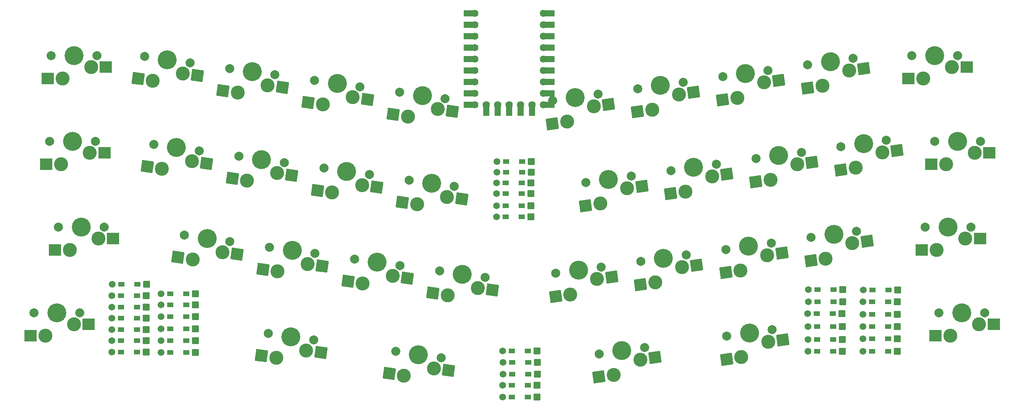
<source format=gbr>
G04 #@! TF.GenerationSoftware,KiCad,Pcbnew,7.0.1-0*
G04 #@! TF.CreationDate,2023-08-24T16:50:41+09:00*
G04 #@! TF.ProjectId,PCB_QAL,5043425f-5141-44c2-9e6b-696361645f70,rev?*
G04 #@! TF.SameCoordinates,Original*
G04 #@! TF.FileFunction,Soldermask,Bot*
G04 #@! TF.FilePolarity,Negative*
%FSLAX46Y46*%
G04 Gerber Fmt 4.6, Leading zero omitted, Abs format (unit mm)*
G04 Created by KiCad (PCBNEW 7.0.1-0) date 2023-08-24 16:50:41*
%MOMM*%
%LPD*%
G01*
G04 APERTURE LIST*
G04 Aperture macros list*
%AMRoundRect*
0 Rectangle with rounded corners*
0 $1 Rounding radius*
0 $2 $3 $4 $5 $6 $7 $8 $9 X,Y pos of 4 corners*
0 Add a 4 corners polygon primitive as box body*
4,1,4,$2,$3,$4,$5,$6,$7,$8,$9,$2,$3,0*
0 Add four circle primitives for the rounded corners*
1,1,$1+$1,$2,$3*
1,1,$1+$1,$4,$5*
1,1,$1+$1,$6,$7*
1,1,$1+$1,$8,$9*
0 Add four rect primitives between the rounded corners*
20,1,$1+$1,$2,$3,$4,$5,0*
20,1,$1+$1,$4,$5,$6,$7,0*
20,1,$1+$1,$6,$7,$8,$9,0*
20,1,$1+$1,$8,$9,$2,$3,0*%
G04 Aperture macros list end*
%ADD10C,2.002000*%
%ADD11C,3.102000*%
%ADD12C,4.202000*%
%ADD13RoundRect,0.051000X-1.275000X-1.250000X1.275000X-1.250000X1.275000X1.250000X-1.275000X1.250000X0*%
%ADD14RoundRect,0.051000X-1.436558X-1.060389X1.088625X-1.415281X1.436558X1.060389X-1.088625X1.415281X0*%
%ADD15RoundRect,0.051000X-1.088625X-1.415281X1.436558X-1.060389X1.088625X1.415281X-1.436558X1.060389X0*%
%ADD16RoundRect,0.051000X0.698500X0.698500X-0.698500X0.698500X-0.698500X-0.698500X0.698500X-0.698500X0*%
%ADD17RoundRect,0.051000X0.650000X0.475000X-0.650000X0.475000X-0.650000X-0.475000X0.650000X-0.475000X0*%
%ADD18C,1.499000*%
%ADD19C,1.626000*%
%ADD20RoundRect,0.051000X1.000000X0.600000X-1.000000X0.600000X-1.000000X-0.600000X1.000000X-0.600000X0*%
%ADD21RoundRect,0.051000X0.600000X-1.000000X0.600000X1.000000X-0.600000X1.000000X-0.600000X-1.000000X0*%
G04 APERTURE END LIST*
D10*
X-248678475Y111224267D03*
D11*
X-246138475Y106144267D03*
D12*
X-243598475Y111224267D03*
D11*
X-239788475Y108684267D03*
D10*
X-238518475Y111224267D03*
D13*
X-236513475Y108684267D03*
X-249440475Y106144267D03*
D10*
X-227915044Y111049604D03*
D11*
X-226106762Y105665543D03*
D12*
X-222884482Y110342605D03*
D11*
X-219465060Y107297075D03*
D10*
X-217853920Y109635606D03*
D14*
X-216221932Y106841283D03*
X-229376627Y106125092D03*
D10*
X-209050437Y108398356D03*
D11*
X-207242155Y103014295D03*
D12*
X-204019875Y107691357D03*
D11*
X-200600453Y104645827D03*
D10*
X-198989313Y106984358D03*
D14*
X-197357325Y104190035D03*
X-210512020Y103473844D03*
D10*
X-190185831Y105747109D03*
D11*
X-188377549Y100363048D03*
D12*
X-185155269Y105040110D03*
D11*
X-181735847Y101994580D03*
D10*
X-180124707Y104333111D03*
D14*
X-178492719Y101538788D03*
X-191647414Y100822597D03*
D10*
X-171321224Y103095861D03*
D11*
X-169512942Y97711800D03*
D12*
X-166290662Y102388862D03*
D11*
X-162871240Y99343332D03*
D10*
X-161260100Y101681863D03*
D14*
X-159628112Y98887540D03*
X-172782807Y98171349D03*
D10*
X-137385994Y101244813D03*
D11*
X-134163714Y96567751D03*
D12*
X-132355432Y101951812D03*
D11*
X-128229011Y99966781D03*
D10*
X-127324870Y102658811D03*
D15*
X-124985883Y100422573D03*
X-137433579Y96108201D03*
D10*
X-118521387Y103896060D03*
D11*
X-115299107Y99218998D03*
D12*
X-113490825Y104603059D03*
D11*
X-109364404Y102618028D03*
D10*
X-108460263Y105310058D03*
D15*
X-106121276Y103073820D03*
X-118568972Y98759448D03*
D10*
X-99656781Y106547308D03*
D11*
X-96434501Y101870246D03*
D12*
X-94626219Y107254307D03*
D11*
X-90499798Y105269276D03*
D10*
X-89595657Y107961306D03*
D15*
X-87256670Y105725068D03*
X-99704366Y101410696D03*
D10*
X-80792174Y109198556D03*
D11*
X-77569894Y104521494D03*
D12*
X-75761612Y109905555D03*
D11*
X-71635191Y107920524D03*
D10*
X-70731050Y110612554D03*
D15*
X-68392063Y108376316D03*
X-80839759Y104061944D03*
D10*
X-206985533Y88870938D03*
D11*
X-205177251Y83486877D03*
D12*
X-201954971Y88163939D03*
D11*
X-198535549Y85118409D03*
D10*
X-196924409Y87456940D03*
D14*
X-195292421Y84662617D03*
X-208447116Y83946426D03*
D10*
X-188120926Y86219690D03*
D11*
X-186312644Y80835629D03*
D12*
X-183090364Y85512691D03*
D11*
X-179670942Y82467161D03*
D10*
X-178059802Y84805692D03*
D14*
X-176427814Y82011369D03*
X-189582509Y81295178D03*
D10*
X-169256320Y83568443D03*
D11*
X-167448038Y78184382D03*
D12*
X-164225758Y82861444D03*
D11*
X-160806336Y79815914D03*
D10*
X-159195196Y82154445D03*
D14*
X-157563208Y79360122D03*
X-170717903Y78643931D03*
D10*
X-130018595Y83043018D03*
D11*
X-126796315Y78365956D03*
D12*
X-124988033Y83750017D03*
D11*
X-120861612Y81764986D03*
D10*
X-119957471Y84457016D03*
D15*
X-117618484Y82220778D03*
X-130066180Y77906406D03*
D10*
X-111153988Y85694266D03*
D11*
X-107931708Y81017204D03*
D12*
X-106123426Y86401265D03*
D11*
X-101997005Y84416234D03*
D10*
X-101092864Y87108264D03*
D15*
X-98753877Y84872026D03*
X-111201573Y80557654D03*
D10*
X-92289381Y88345513D03*
D11*
X-89067101Y83668451D03*
D12*
X-87258819Y89052512D03*
D11*
X-83132398Y87067481D03*
D10*
X-82228257Y89759511D03*
D15*
X-79889270Y87523273D03*
X-92336966Y83208901D03*
D10*
X-73424775Y90996761D03*
D11*
X-70202495Y86319699D03*
D12*
X-68394213Y91703760D03*
D11*
X-64267792Y89718729D03*
D10*
X-63363651Y92410759D03*
D15*
X-61024664Y90174521D03*
X-73472360Y85860149D03*
D10*
X-52653975Y92174266D03*
D11*
X-50113975Y87094266D03*
D12*
X-47573975Y92174266D03*
D11*
X-43763975Y89634266D03*
D10*
X-42493975Y92174266D03*
D13*
X-40488975Y89634266D03*
X-53415975Y87094266D03*
D10*
X-219069084Y71331955D03*
D11*
X-217260802Y65947894D03*
D12*
X-214038522Y70624956D03*
D11*
X-210619100Y67579426D03*
D10*
X-209007960Y69917957D03*
D14*
X-207375972Y67123634D03*
X-220530667Y66407443D03*
D10*
X-200204477Y68680707D03*
D11*
X-198396195Y63296646D03*
D12*
X-195173915Y67973708D03*
D11*
X-191754493Y64928178D03*
D10*
X-190143353Y67266709D03*
D14*
X-188511365Y64472386D03*
X-201666060Y63756195D03*
D10*
X-181339871Y66029460D03*
D11*
X-179531589Y60645399D03*
D12*
X-176309309Y65322461D03*
D11*
X-172889887Y62276931D03*
D10*
X-171278747Y64615462D03*
D14*
X-169646759Y61821139D03*
X-182801454Y61104948D03*
D10*
X-162475264Y63378212D03*
D11*
X-160666982Y57994151D03*
D12*
X-157444702Y62671213D03*
D11*
X-154025280Y59625683D03*
D10*
X-152414140Y61964214D03*
D14*
X-150782152Y59169891D03*
X-163936847Y58453700D03*
D10*
X-57702475Y111224267D03*
D11*
X-55162475Y106144267D03*
D12*
X-52622475Y111224267D03*
D11*
X-48812475Y108684267D03*
D10*
X-47542475Y111224267D03*
D13*
X-45537475Y108684267D03*
X-58464475Y106144267D03*
D10*
X-248964475Y92174266D03*
D11*
X-246424475Y87094266D03*
D12*
X-243884475Y92174266D03*
D11*
X-240074475Y89634266D03*
D10*
X-238804475Y92174266D03*
D13*
X-236799475Y89634266D03*
X-249726475Y87094266D03*
D10*
X-200493112Y49498321D03*
D11*
X-198684830Y44114260D03*
D12*
X-195462550Y48791322D03*
D11*
X-192043128Y45745792D03*
D10*
X-190431988Y48084323D03*
D14*
X-188800000Y45290000D03*
X-201954695Y44573809D03*
D10*
X-54748975Y73124266D03*
D11*
X-52208975Y68044266D03*
D12*
X-49668975Y73124266D03*
D11*
X-45858975Y70584266D03*
D10*
X-44588975Y73124266D03*
D13*
X-42583975Y70584266D03*
X-55510975Y68044266D03*
D10*
X-247058975Y73124266D03*
D11*
X-244518975Y68044266D03*
D12*
X-241978975Y73124266D03*
D11*
X-238168975Y70584266D03*
D10*
X-236898975Y73124266D03*
D13*
X-234893975Y70584266D03*
X-247820975Y68044266D03*
D10*
X-172200492Y45507788D03*
D11*
X-170392210Y40123727D03*
D12*
X-167169930Y44800789D03*
D11*
X-163750508Y41755259D03*
D10*
X-162139368Y44093790D03*
D14*
X-160507380Y41299467D03*
X-173662075Y40583276D03*
D10*
X-127073928Y44982433D03*
D11*
X-123851648Y40305371D03*
D12*
X-122043366Y45689432D03*
D11*
X-117916945Y43704401D03*
D10*
X-117012804Y46396431D03*
D15*
X-114673817Y44160193D03*
X-127121513Y39845821D03*
D16*
X-73073475Y56576266D03*
D17*
X-75108475Y56576266D03*
X-78658475Y56576266D03*
D18*
X-80693475Y56576266D03*
D16*
X-140843475Y45626266D03*
D17*
X-142878475Y45626266D03*
X-146428475Y45626266D03*
D18*
X-148463475Y45626266D03*
D10*
X-80054037Y70819267D03*
D11*
X-76831757Y66142205D03*
D12*
X-75023475Y71526266D03*
D11*
X-70897054Y69541235D03*
D10*
X-69992913Y72233265D03*
D15*
X-67653926Y69997027D03*
X-80101622Y65682655D03*
D16*
X-140843475Y37968766D03*
D17*
X-142878475Y37968766D03*
X-146428475Y37968766D03*
D18*
X-148463475Y37968766D03*
D16*
X-142238475Y75400266D03*
D17*
X-144273475Y75400266D03*
X-147823475Y75400266D03*
D18*
X-149858475Y75400266D03*
D16*
X-227563475Y45366266D03*
D17*
X-229598475Y45366266D03*
X-233148475Y45366266D03*
D18*
X-235183475Y45366266D03*
D10*
X-98944037Y68179267D03*
D11*
X-95721757Y63502205D03*
D12*
X-93913475Y68886266D03*
D11*
X-89787054Y66901235D03*
D10*
X-88882913Y69593265D03*
D15*
X-86543926Y67357027D03*
X-98991622Y63042655D03*
D16*
X-227563475Y50374266D03*
D17*
X-229598475Y50374266D03*
X-233148475Y50374266D03*
D18*
X-235183475Y50374266D03*
D16*
X-140743475Y43086266D03*
D17*
X-142778475Y43086266D03*
X-146328475Y43086266D03*
D18*
X-148363475Y43086266D03*
D16*
X-60958475Y56506266D03*
D17*
X-62993475Y56506266D03*
X-66543475Y56506266D03*
D18*
X-68578475Y56506266D03*
D16*
X-60953475Y53756266D03*
D17*
X-62988475Y53756266D03*
X-66538475Y53756266D03*
D18*
X-68573475Y53756266D03*
D16*
X-216603475Y45266266D03*
D17*
X-218638475Y45266266D03*
X-222188475Y45266266D03*
D18*
X-224223475Y45266266D03*
D10*
X-117834037Y65509267D03*
D11*
X-114611757Y60832205D03*
D12*
X-112803475Y66216266D03*
D11*
X-108677054Y64231235D03*
D10*
X-107772913Y66923265D03*
D15*
X-105433926Y64687027D03*
X-117881622Y60372655D03*
D16*
X-142213475Y80616266D03*
D17*
X-144248475Y80616266D03*
X-147798475Y80616266D03*
D18*
X-149833475Y80616266D03*
D16*
X-73103475Y48146266D03*
D17*
X-75138475Y48146266D03*
X-78688475Y48146266D03*
D18*
X-80723475Y48146266D03*
D16*
X-216598475Y58346266D03*
D17*
X-218633475Y58346266D03*
X-222183475Y58346266D03*
D18*
X-224218475Y58346266D03*
D16*
X-60953475Y45566266D03*
D17*
X-62988475Y45566266D03*
X-66538475Y45566266D03*
D18*
X-68573475Y45566266D03*
D10*
X-225864037Y91503265D03*
D11*
X-224055755Y86119204D03*
D12*
X-220833475Y90796266D03*
D11*
X-217414053Y87750736D03*
D10*
X-215802913Y90089267D03*
D14*
X-214170925Y87294944D03*
X-227325620Y86578753D03*
D16*
X-73103475Y45566266D03*
D17*
X-75138475Y45566266D03*
X-78688475Y45566266D03*
D18*
X-80723475Y45566266D03*
D10*
X-252488475Y54074267D03*
D11*
X-249948475Y48994267D03*
D12*
X-247408475Y54074267D03*
D11*
X-243598475Y51534267D03*
D10*
X-242328475Y54074267D03*
D13*
X-240323475Y51534267D03*
X-253250475Y48994267D03*
D16*
X-227533475Y57916266D03*
D17*
X-229568475Y57916266D03*
X-233118475Y57916266D03*
D18*
X-235153475Y57916266D03*
D16*
X-140783475Y40476266D03*
D17*
X-142818475Y40476266D03*
X-146368475Y40476266D03*
D18*
X-148403475Y40476266D03*
D16*
X-216603475Y55842266D03*
D17*
X-218638475Y55842266D03*
X-222188475Y55842266D03*
D18*
X-224223475Y55842266D03*
D16*
X-216603475Y47910266D03*
D17*
X-218638475Y47910266D03*
X-222188475Y47910266D03*
D18*
X-224223475Y47910266D03*
D16*
X-142153475Y87730266D03*
D17*
X-144188475Y87730266D03*
X-147738475Y87730266D03*
D18*
X-149773475Y87730266D03*
D16*
X-73028475Y59276266D03*
D17*
X-75063475Y59276266D03*
X-78613475Y59276266D03*
D18*
X-80648475Y59276266D03*
D16*
X-227563475Y55382266D03*
D17*
X-229598475Y55382266D03*
X-233148475Y55382266D03*
D18*
X-235183475Y55382266D03*
D16*
X-60878475Y59166266D03*
D17*
X-62913475Y59166266D03*
X-66463475Y59166266D03*
D18*
X-68498475Y59166266D03*
D16*
X-227563475Y52878266D03*
D17*
X-229598475Y52878266D03*
X-233148475Y52878266D03*
D18*
X-235183475Y52878266D03*
D16*
X-60953475Y48296266D03*
D17*
X-62988475Y48296266D03*
X-66538475Y48296266D03*
D18*
X-68573475Y48296266D03*
D10*
X-51701475Y54074266D03*
D11*
X-49161475Y48994266D03*
D12*
X-46621475Y54074266D03*
D11*
X-42811475Y51534266D03*
D10*
X-41541475Y54074266D03*
D13*
X-39536475Y51534266D03*
X-52463475Y48994266D03*
D16*
X-142143475Y85358933D03*
D17*
X-144178475Y85358933D03*
X-147728475Y85358933D03*
D18*
X-149763475Y85358933D03*
D16*
X-142238475Y77866266D03*
D17*
X-144273475Y77866266D03*
X-147823475Y77866266D03*
D18*
X-149858475Y77866266D03*
D16*
X-140843475Y35416266D03*
D17*
X-142878475Y35416266D03*
X-146428475Y35416266D03*
D18*
X-148463475Y35416266D03*
D16*
X-227473475Y60396266D03*
D17*
X-229508475Y60396266D03*
X-233058475Y60396266D03*
D18*
X-235093475Y60396266D03*
D16*
X-227563475Y47870266D03*
D17*
X-229598475Y47870266D03*
X-233148475Y47870266D03*
D18*
X-235183475Y47870266D03*
D16*
X-73108475Y51016266D03*
D17*
X-75143475Y51016266D03*
X-78693475Y51016266D03*
D18*
X-80728475Y51016266D03*
D10*
X-136694599Y62862268D03*
D11*
X-133472319Y58185206D03*
D12*
X-131664037Y63569267D03*
D11*
X-127537616Y61584236D03*
D10*
X-126633475Y64276266D03*
D15*
X-124294488Y62040028D03*
X-136742184Y57725656D03*
D16*
X-60953475Y51026266D03*
D17*
X-62988475Y51026266D03*
X-66538475Y51026266D03*
D18*
X-68573475Y51026266D03*
D16*
X-216603475Y50554266D03*
D17*
X-218638475Y50554266D03*
X-222188475Y50554266D03*
D18*
X-224223475Y50554266D03*
D16*
X-73178475Y53906266D03*
D17*
X-75213475Y53906266D03*
X-78763475Y53906266D03*
D18*
X-80798475Y53906266D03*
D10*
X-98746983Y48918032D03*
D11*
X-95524703Y44240970D03*
D12*
X-93716421Y49625031D03*
D11*
X-89590000Y47640000D03*
D10*
X-88685859Y50332030D03*
D15*
X-86346872Y48095792D03*
X-98794568Y43781420D03*
D16*
X-142213475Y82987600D03*
D17*
X-144248475Y82987600D03*
X-147798475Y82987600D03*
D18*
X-149833475Y82987600D03*
D16*
X-216603475Y53198266D03*
D17*
X-218638475Y53198266D03*
X-222188475Y53198266D03*
D18*
X-224223475Y53198266D03*
D19*
X-154663475Y120626266D03*
D20*
X-156133475Y120626266D03*
D19*
X-154663475Y118086266D03*
D20*
X-156133475Y118086266D03*
D19*
X-154663475Y115546266D03*
D20*
X-156133475Y115546266D03*
D19*
X-154663475Y113006266D03*
D20*
X-156133475Y113006266D03*
D19*
X-154663475Y110466266D03*
D20*
X-156133475Y110466266D03*
D19*
X-154663475Y107926266D03*
D20*
X-156133475Y107926266D03*
D19*
X-154663475Y105386266D03*
D20*
X-156133475Y105386266D03*
D19*
X-154663475Y102846266D03*
D20*
X-156133475Y102846266D03*
D19*
X-154663475Y100306266D03*
D20*
X-156133475Y100306266D03*
D21*
X-152123475Y98846266D03*
D19*
X-152123475Y100306266D03*
D21*
X-149583475Y98836266D03*
D19*
X-149583475Y100306266D03*
D21*
X-147043475Y98846266D03*
D19*
X-147043475Y100306266D03*
X-144503475Y100306266D03*
D21*
X-144513475Y98836266D03*
X-141953475Y98846266D03*
D19*
X-141963475Y100306266D03*
D20*
X-137953475Y100306266D03*
D19*
X-139423475Y100306266D03*
D20*
X-137953475Y102846266D03*
D19*
X-139423475Y102846266D03*
D20*
X-137953475Y105386266D03*
D19*
X-139423475Y105386266D03*
D20*
X-137953475Y107926266D03*
D19*
X-139423475Y107926266D03*
D20*
X-137953475Y110466266D03*
D19*
X-139423475Y110466266D03*
D20*
X-137953475Y113006266D03*
D19*
X-139423475Y113006266D03*
D20*
X-137953475Y115546266D03*
D19*
X-139423475Y115546266D03*
D20*
X-137953475Y118086266D03*
D19*
X-139423475Y118086266D03*
D20*
X-137953475Y120626266D03*
D19*
X-139423475Y120626266D03*
G36*
X-172592458Y39121186D02*
G01*
X-172590882Y39119954D01*
X-172591160Y39117974D01*
X-172593014Y39117224D01*
X-175093819Y39468688D01*
X-175094173Y39468772D01*
X-175094176Y39468773D01*
X-175095475Y39470151D01*
X-175095042Y39471995D01*
X-175093266Y39472651D01*
X-172592458Y39121186D01*
G37*
G36*
X-159437763Y39837377D02*
G01*
X-159436187Y39836145D01*
X-159436465Y39834165D01*
X-159438319Y39833415D01*
X-161939124Y40184879D01*
X-161939478Y40184963D01*
X-161939481Y40184964D01*
X-161940780Y40186342D01*
X-161940347Y40188186D01*
X-161938571Y40188842D01*
X-159437763Y39837377D01*
G37*
G36*
X-200885078Y43111719D02*
G01*
X-200883502Y43110487D01*
X-200883780Y43108507D01*
X-200885634Y43107757D01*
X-203386439Y43459221D01*
X-203386793Y43459305D01*
X-203386796Y43459306D01*
X-203388095Y43460684D01*
X-203387662Y43462528D01*
X-203385886Y43463184D01*
X-200885078Y43111719D01*
G37*
G36*
X-187730383Y43827910D02*
G01*
X-187728807Y43826678D01*
X-187729085Y43824698D01*
X-187730939Y43823948D01*
X-190231744Y44175412D01*
X-190232098Y44175496D01*
X-190232101Y44175497D01*
X-190233400Y44176875D01*
X-190232967Y44178719D01*
X-190231191Y44179375D01*
X-187730383Y43827910D01*
G37*
G36*
X-162867230Y56991610D02*
G01*
X-162865654Y56990378D01*
X-162865932Y56988398D01*
X-162867786Y56987648D01*
X-165368591Y57339112D01*
X-165368945Y57339196D01*
X-165368948Y57339197D01*
X-165370247Y57340575D01*
X-165369814Y57342419D01*
X-165368038Y57343075D01*
X-162867230Y56991610D01*
G37*
G36*
X-149712535Y57707801D02*
G01*
X-149710959Y57706569D01*
X-149711237Y57704589D01*
X-149713091Y57703839D01*
X-152213896Y58055303D01*
X-152214250Y58055387D01*
X-152214253Y58055388D01*
X-152215552Y58056766D01*
X-152215119Y58058610D01*
X-152213343Y58059266D01*
X-149712535Y57707801D01*
G37*
G36*
X-181731837Y59642858D02*
G01*
X-181730261Y59641626D01*
X-181730539Y59639646D01*
X-181732393Y59638896D01*
X-184233198Y59990360D01*
X-184233552Y59990444D01*
X-184233555Y59990445D01*
X-184234854Y59991823D01*
X-184234421Y59993667D01*
X-184232645Y59994323D01*
X-181731837Y59642858D01*
G37*
G36*
X-168577142Y60359049D02*
G01*
X-168575566Y60357817D01*
X-168575844Y60355837D01*
X-168577698Y60355087D01*
X-171078503Y60706551D01*
X-171078857Y60706635D01*
X-171078860Y60706636D01*
X-171080159Y60708014D01*
X-171079726Y60709858D01*
X-171077950Y60710514D01*
X-168577142Y60359049D01*
G37*
G36*
X-200596443Y62294105D02*
G01*
X-200594867Y62292873D01*
X-200595145Y62290893D01*
X-200596999Y62290143D01*
X-203097804Y62641607D01*
X-203098158Y62641691D01*
X-203098161Y62641692D01*
X-203099460Y62643070D01*
X-203099027Y62644914D01*
X-203097251Y62645570D01*
X-200596443Y62294105D01*
G37*
G36*
X-187441748Y63010296D02*
G01*
X-187440172Y63009064D01*
X-187440450Y63007084D01*
X-187442304Y63006334D01*
X-189943109Y63357798D01*
X-189943463Y63357882D01*
X-189943466Y63357883D01*
X-189944765Y63359261D01*
X-189944332Y63361105D01*
X-189942556Y63361761D01*
X-187441748Y63010296D01*
G37*
G36*
X-219461050Y64945353D02*
G01*
X-219459474Y64944121D01*
X-219459752Y64942141D01*
X-219461606Y64941391D01*
X-221962411Y65292855D01*
X-221962765Y65292939D01*
X-221962768Y65292940D01*
X-221964067Y65294318D01*
X-221963634Y65296162D01*
X-221961858Y65296818D01*
X-219461050Y64945353D01*
G37*
G36*
X-206306355Y65661544D02*
G01*
X-206304779Y65660312D01*
X-206305057Y65658332D01*
X-206306911Y65657582D01*
X-208807716Y66009046D01*
X-208808070Y66009130D01*
X-208808073Y66009131D01*
X-208809372Y66010509D01*
X-208808939Y66012353D01*
X-208807163Y66013009D01*
X-206306355Y65661544D01*
G37*
G36*
X-169648286Y77181841D02*
G01*
X-169646710Y77180609D01*
X-169646988Y77178629D01*
X-169648842Y77177879D01*
X-172149647Y77529343D01*
X-172150001Y77529427D01*
X-172150004Y77529428D01*
X-172151303Y77530806D01*
X-172150870Y77532650D01*
X-172149094Y77533306D01*
X-169648286Y77181841D01*
G37*
G36*
X-156493591Y77898032D02*
G01*
X-156492015Y77896800D01*
X-156492293Y77894820D01*
X-156494147Y77894070D01*
X-158994952Y78245534D01*
X-158995306Y78245618D01*
X-158995309Y78245619D01*
X-158996608Y78246997D01*
X-158996175Y78248841D01*
X-158994399Y78249497D01*
X-156493591Y77898032D01*
G37*
G36*
X-188512892Y79833088D02*
G01*
X-188511316Y79831856D01*
X-188511594Y79829876D01*
X-188513448Y79829126D01*
X-191014253Y80180590D01*
X-191014607Y80180674D01*
X-191014610Y80180675D01*
X-191015909Y80182053D01*
X-191015476Y80183897D01*
X-191013700Y80184553D01*
X-188512892Y79833088D01*
G37*
G36*
X-175358197Y80549279D02*
G01*
X-175356621Y80548047D01*
X-175356899Y80546067D01*
X-175358753Y80545317D01*
X-177859558Y80896781D01*
X-177859912Y80896865D01*
X-177859915Y80896866D01*
X-177861214Y80898244D01*
X-177860781Y80900088D01*
X-177859005Y80900744D01*
X-175358197Y80549279D01*
G37*
G36*
X-207377499Y82484336D02*
G01*
X-207375923Y82483104D01*
X-207376201Y82481124D01*
X-207378055Y82480374D01*
X-209878860Y82831838D01*
X-209879214Y82831922D01*
X-209879217Y82831923D01*
X-209880516Y82833301D01*
X-209880083Y82835145D01*
X-209878307Y82835801D01*
X-207377499Y82484336D01*
G37*
G36*
X-194222804Y83200527D02*
G01*
X-194221228Y83199295D01*
X-194221506Y83197315D01*
X-194223360Y83196565D01*
X-196724165Y83548029D01*
X-196724519Y83548113D01*
X-196724522Y83548114D01*
X-196725821Y83549492D01*
X-196725388Y83551336D01*
X-196723612Y83551992D01*
X-194222804Y83200527D01*
G37*
G36*
X-226256003Y85116663D02*
G01*
X-226254427Y85115431D01*
X-226254705Y85113451D01*
X-226256559Y85112701D01*
X-228757364Y85464165D01*
X-228757718Y85464249D01*
X-228757721Y85464250D01*
X-228759020Y85465628D01*
X-228758587Y85467472D01*
X-228756811Y85468128D01*
X-226256003Y85116663D01*
G37*
G36*
X-213101308Y85832854D02*
G01*
X-213099732Y85831622D01*
X-213100010Y85829642D01*
X-213101864Y85828892D01*
X-215602669Y86180356D01*
X-215603023Y86180440D01*
X-215603026Y86180441D01*
X-215604325Y86181819D01*
X-215603892Y86183663D01*
X-215602116Y86184319D01*
X-213101308Y85832854D01*
G37*
G36*
X-171713190Y96709259D02*
G01*
X-171711614Y96708027D01*
X-171711892Y96706047D01*
X-171713746Y96705297D01*
X-174214551Y97056761D01*
X-174214905Y97056845D01*
X-174214908Y97056846D01*
X-174216207Y97058224D01*
X-174215774Y97060068D01*
X-174213998Y97060724D01*
X-171713190Y96709259D01*
G37*
G36*
X-158558495Y97425450D02*
G01*
X-158556919Y97424218D01*
X-158557197Y97422238D01*
X-158559051Y97421488D01*
X-161059856Y97772952D01*
X-161060210Y97773036D01*
X-161060213Y97773037D01*
X-161061512Y97774415D01*
X-161061079Y97776259D01*
X-161059303Y97776915D01*
X-158558495Y97425450D01*
G37*
G36*
X-190577797Y99360507D02*
G01*
X-190576221Y99359275D01*
X-190576499Y99357295D01*
X-190578353Y99356545D01*
X-193079158Y99708009D01*
X-193079512Y99708093D01*
X-193079515Y99708094D01*
X-193080814Y99709472D01*
X-193080381Y99711316D01*
X-193078605Y99711972D01*
X-190577797Y99360507D01*
G37*
G36*
X-177423102Y100076698D02*
G01*
X-177421526Y100075466D01*
X-177421804Y100073486D01*
X-177423658Y100072736D01*
X-179924463Y100424200D01*
X-179924817Y100424284D01*
X-179924820Y100424285D01*
X-179926119Y100425663D01*
X-179925686Y100427507D01*
X-179923910Y100428163D01*
X-177423102Y100076698D01*
G37*
G36*
X-137682878Y102196431D02*
G01*
X-137682610Y102194623D01*
X-137683923Y102193352D01*
X-137768290Y102167759D01*
X-137941003Y102075442D01*
X-138036945Y101996705D01*
X-138038886Y101996367D01*
X-138040175Y101997857D01*
X-138039561Y101999729D01*
X-137999629Y102036131D01*
X-138060998Y102194544D01*
X-138060783Y102196396D01*
X-138059133Y102197266D01*
X-137684504Y102197266D01*
X-137682878Y102196431D01*
G37*
G36*
X-209442403Y102011754D02*
G01*
X-209440827Y102010522D01*
X-209441105Y102008542D01*
X-209442959Y102007792D01*
X-211943764Y102359256D01*
X-211944118Y102359340D01*
X-211944121Y102359341D01*
X-211945420Y102360719D01*
X-211944987Y102362563D01*
X-211943211Y102363219D01*
X-209442403Y102011754D01*
G37*
G36*
X-196287708Y102727945D02*
G01*
X-196286132Y102726713D01*
X-196286410Y102724733D01*
X-196288264Y102723983D01*
X-198789069Y103075447D01*
X-198789423Y103075531D01*
X-198789426Y103075532D01*
X-198790725Y103076910D01*
X-198790292Y103078754D01*
X-198788516Y103079410D01*
X-196287708Y102727945D01*
G37*
G36*
X-228307010Y104663002D02*
G01*
X-228305434Y104661770D01*
X-228305712Y104659790D01*
X-228307566Y104659040D01*
X-230808371Y105010504D01*
X-230808725Y105010588D01*
X-230808728Y105010589D01*
X-230810027Y105011967D01*
X-230809594Y105013811D01*
X-230807818Y105014467D01*
X-228307010Y104663002D01*
G37*
G36*
X-215152315Y105379193D02*
G01*
X-215150739Y105377961D01*
X-215151017Y105375981D01*
X-215152871Y105375231D01*
X-217653676Y105726695D01*
X-217654030Y105726779D01*
X-217654033Y105726780D01*
X-217655332Y105728158D01*
X-217654899Y105730002D01*
X-217653123Y105730658D01*
X-215152315Y105379193D01*
G37*
M02*

</source>
